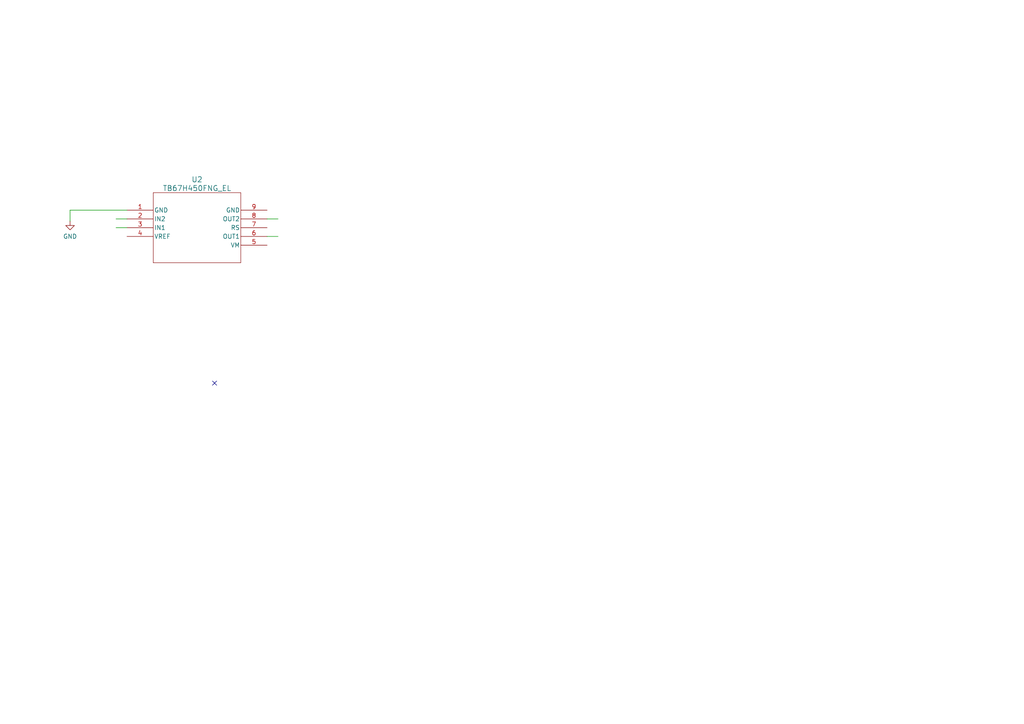
<source format=kicad_sch>
(kicad_sch (version 20230121) (generator eeschema)
  (paper "A4")
  (lib_symbols
    (symbol "2023-08-25_03-42-01:TB67H450FNG_EL" (pin_names (offset 0.254))
      (property "Reference" "U" (at 20.32 10.16 0))
      (property "Value" "TB67H450FNG_EL" (at 20.32 7.62 0))
      (symbol "TB67H450FNG_EL_0_1"
        (polyline (pts (xy 7.62 -15.24) (xy 33.02 -15.24)) (stroke (width 0.127)))
        (polyline (pts (xy 7.62 5.08) (xy 7.62 -15.24)) (stroke (width 0.127)))
        (polyline (pts (xy 33.02 -15.24) (xy 33.02 5.08)) (stroke (width 0.127)))
        (polyline (pts (xy 33.02 5.08) (xy 7.62 5.08)) (stroke (width 0.127)))
        (pin power_out line (at 0 0 0) (length 7.62) (name "GND") (number "1"))
        (pin input line (at 0 -2.54 0) (length 7.62) (name "IN2") (number "2"))
        (pin input line (at 0 -5.08 0) (length 7.62) (name "IN1") (number "3"))
        (pin power_in line (at 0 -7.62 0) (length 7.62) (name "VREF") (number "4"))
        (pin unspecified line (at 40.64 -10.16 180) (length 7.62) (name "VM") (number "5"))
        (pin output line (at 40.64 -7.62 180) (length 7.62) (name "OUT1") (number "6"))
        (pin unspecified line (at 40.64 -5.08 180) (length 7.62) (name "RS") (number "7"))
        (pin output line (at 40.64 -2.54 180) (length 7.62) (name "OUT2") (number "8"))
        (pin power_out line (at 40.64 0 180) (length 7.62) (name "GND") (number "9"))
      )
    )
    (symbol "power:GND" (power) (pin_names (offset 0))
      (property "Value" "GND" (at 0 -3.81 0))
      (symbol "GND_0_1"
        (polyline (pts (xy 0 0) (xy 0 -1.27) (xy 1.27 -1.27) (xy 0 -2.54) (xy -1.27 -1.27) (xy 0 -1.27)))
      )
      (symbol "GND_1_1"
        (pin power_in line (at 0 0 270) (length 0) hide (name "GND") (number "1"))
      )
    )
  )
  (no_connect (at 62.23 111.125))
  (wire (pts (xy 33.655 66.04) (xy 36.83 66.04)))
  (wire (pts (xy 20.32 60.96) (xy 20.32 64.135)))
  (wire (pts (xy 33.655 63.5) (xy 36.83 63.5)))
  (wire (pts (xy 77.47 68.58) (xy 80.645 68.58)))
  (wire (pts (xy 36.83 60.96) (xy 20.32 60.96)))
  (wire (pts (xy 77.47 63.5) (xy 80.645 63.5)))
  (symbol (lib_id "power:GND") (at 20.32 64.135 0) (unit 1)
    (property "Reference" "#PWR01" (effects hide))
    (property "Value" "GND" (at 20.32 68.58 0))
  )
  (symbol (lib_id "2023-08-25_03-42-01:TB67H450FNG_EL") (at 36.83 60.96 0) (unit 1)
    (property "Reference" "U2" (at 57.15 52.07 0) (effects (font (size 1.524 1.524))))
    (property "Value" "TB67H450FNG_EL" (at 57.15 54.61 0) (effects (font (size 1.524 1.524))))
    (property "Footprint" "P-HSOP8-0405-1p27-002_TOS" (effects hide))
    (property "Datasheet" "TB67H450FNG_EL" (effects hide))
  )
)
</source>
